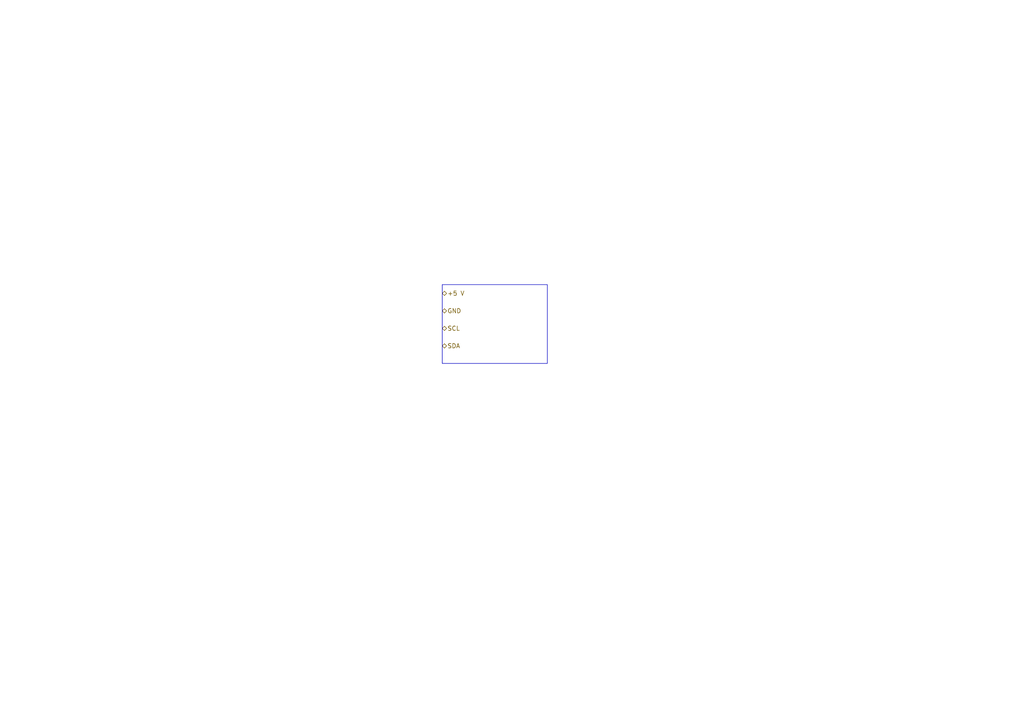
<source format=kicad_sch>
(kicad_sch
	(version 20231120)
	(generator "eeschema")
	(generator_version "8.0")
	(uuid "9e614149-90d2-44d6-ae56-d24debf00a78")
	(paper "A4")
	(lib_symbols)
	(rectangle
		(start 128.27 82.55)
		(end 158.75 105.41)
		(stroke
			(width 0)
			(type default)
		)
		(fill
			(type none)
		)
		(uuid 21480569-3801-400a-8a92-13bcf93f3bf0)
	)
	(hierarchical_label "GND"
		(shape bidirectional)
		(at 128.27 90.17 0)
		(fields_autoplaced yes)
		(effects
			(font
				(size 1.27 1.27)
			)
			(justify left)
		)
		(uuid "010dbe74-2e4b-44c1-ab88-304b08f8110a")
	)
	(hierarchical_label "+5 V"
		(shape bidirectional)
		(at 128.27 85.09 0)
		(fields_autoplaced yes)
		(effects
			(font
				(size 1.27 1.27)
			)
			(justify left)
		)
		(uuid "309d8ceb-f2e4-477d-81ee-ff149591d1dd")
	)
	(hierarchical_label "SCL"
		(shape bidirectional)
		(at 128.27 95.25 0)
		(fields_autoplaced yes)
		(effects
			(font
				(size 1.27 1.27)
			)
			(justify left)
		)
		(uuid "d83b2d63-f593-4eb4-a0dc-ef74a7910701")
	)
	(hierarchical_label "SDA"
		(shape bidirectional)
		(at 128.27 100.33 0)
		(fields_autoplaced yes)
		(effects
			(font
				(size 1.27 1.27)
			)
			(justify left)
		)
		(uuid "db4c8f88-d99d-426b-b430-bb5c68f45d1e")
	)
)

</source>
